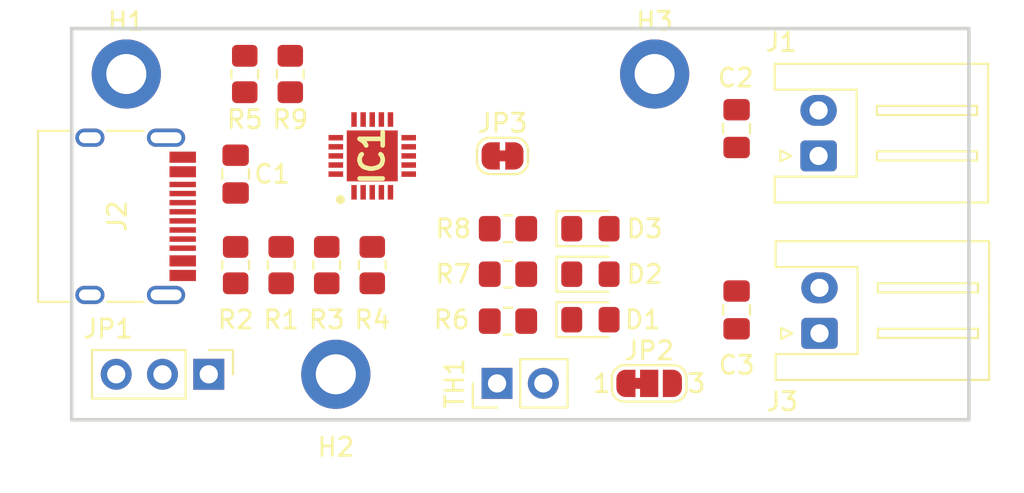
<source format=kicad_pcb>
(kicad_pcb (version 20241229) (generator "pcbnew") (generator_version "9.0")
  (layers (0 "F.Cu" signal) (2 "B.Cu" signal) (13 "F.Paste" user) (15 "B.Paste" user) (5 "F.SilkS" user "F.Silkscreen") (7 "B.SilkS" user "B.Silkscreen") (1 "F.Mask" user) (3 "B.Mask" user) (25 "Edge.Cuts" user))
  (net 0 "")
  (net 1 "GND")
  (net 2 "/Vin")
  (net 3 "/Load")
  (net 4 "/Vbat")
  (net 5 "Net-(D1-K)")
  (net 6 "Net-(D2-K)")
  (net 7 "Net-(D3-K)")
  (net 8 "/TE")
  (net 9 "/VPCC")
  (net 10 "/SEL")
  (net 11 "Net-(IC1-STAT2)")
  (net 12 "Net-(IC1-THERM)")
  (net 13 "/PROG2")
  (net 14 "/PROG1")
  (net 15 "Net-(IC1-STAT1{slash}~{LBO})")
  (net 16 "Net-(IC1-~{PG})")
  (net 17 "/PROG3")
  (net 23 "Net-(J2-CC1)")
  (net 25 "Net-(J2-CC2)")
  (footprint "Resistor_SMD:R_0805_2012Metric_Pad1.20x1.40mm_HandSolder" (layer "F.Cu") (at 33 103.5 -90)
    (property "Reference" "R2" (at 3 0 180) (layer "F.SilkS"))
    (property "Value" "5.1k")
    (fp_line (start -0.227064 0.735) (end 0.227064 0.735) (stroke (width 0.12)) (layer "F.SilkS"))
    (fp_line (start -0.227064 -0.735) (end 0.227064 -0.735) (stroke (width 0.12)) (layer "F.SilkS"))
    (pad "1" smd roundrect (at -1 0 270) (size 1.2 1.4) (layers "F.Cu" "F.Mask" "F.Paste") (roundrect_rratio 0.208333) (net 25 "Net-(J2-CC2)"))
    (pad "2" smd roundrect (at 1 0 270) (size 1.2 1.4) (layers "F.Cu" "F.Mask" "F.Paste") (roundrect_rratio 0.208333) (net 1 "GND"))
  )
  (footprint "Capacitor_SMD:C_0805_2012Metric_Pad1.18x1.45mm_HandSolder" (layer "F.Cu") (at 60.5 105.9625 90)
    (property "Reference" "C3" (at -3.0375 0 180) (layer "F.SilkS"))
    (property "Value" "4.7uF")
    (fp_line (start -0.261252 -0.735) (end 0.261252 -0.735) (stroke (width 0.12)) (layer "F.SilkS"))
    (fp_line (start -0.261252 0.735) (end 0.261252 0.735) (stroke (width 0.12)) (layer "F.SilkS"))
    (pad "1" smd roundrect (at -1.0375 0 90) (size 1.175 1.45) (layers "F.Cu" "F.Mask" "F.Paste") (roundrect_rratio 0.212766) (net 4 "/Vbat"))
    (pad "2" smd roundrect (at 1.0375 0 90) (size 1.175 1.45) (layers "F.Cu" "F.Mask" "F.Paste") (roundrect_rratio 0.212766) (net 1 "GND"))
  )
  (footprint "Capacitor_SMD:C_0805_2012Metric_Pad1.18x1.45mm_HandSolder" (layer "F.Cu") (at 60.5 96 90)
    (property "Reference" "C2" (at 2.7875 -0.05 180) (layer "F.SilkS"))
    (property "Value" "4.7uF")
    (fp_line (start -0.261252 -0.735) (end 0.261252 -0.735) (stroke (width 0.12)) (layer "F.SilkS"))
    (fp_line (start -0.261252 0.735) (end 0.261252 0.735) (stroke (width 0.12)) (layer "F.SilkS"))
    (pad "1" smd roundrect (at -1.0375 0 90) (size 1.175 1.45) (layers "F.Cu" "F.Mask" "F.Paste") (roundrect_rratio 0.212766) (net 3 "/Load"))
    (pad "2" smd roundrect (at 1.0375 0 90) (size 1.175 1.45) (layers "F.Cu" "F.Mask" "F.Paste") (roundrect_rratio 0.212766) (net 1 "GND"))
  )
  (footprint "Resistor_SMD:R_0805_2012Metric_Pad1.20x1.40mm_HandSolder" (layer "F.Cu") (at 36 93 90)
    (property "Reference" "R9" (at -2.5 0 180) (layer "F.SilkS"))
    (property "Value" "25k")
    (fp_line (start -0.227064 -0.735) (end 0.227064 -0.735) (stroke (width 0.12)) (layer "F.SilkS"))
    (fp_line (start -0.227064 0.735) (end 0.227064 0.735) (stroke (width 0.12)) (layer "F.SilkS"))
    (pad "1" smd roundrect (at -1 0 90) (size 1.2 1.4) (layers "F.Cu" "F.Mask" "F.Paste") (roundrect_rratio 0.208333) (net 17 "/PROG3"))
    (pad "2" smd roundrect (at 1 0 90) (size 1.2 1.4) (layers "F.Cu" "F.Mask" "F.Paste") (roundrect_rratio 0.208333) (net 1 "GND"))
  )
  (footprint "Jumper:SolderJumper-3_P1.3mm_Bridged12_RoundedPad1.0x1.5mm_NumberLabels" (layer "F.Cu") (at 55.7 110)
    (property "Reference" "JP2" (at 0 -1.8 0) (layer "F.SilkS"))
    (property "Value" "USB-Port Current")
    (fp_poly (pts (xy -0.9 -0.3) (xy -0.4 -0.3) (xy -0.4 0.3) (xy -0.9 0.3)) (fill yes) (layer "F.Cu"))
    (fp_line (start -2.05 0.3) (end -2.05 -0.3) (stroke (width 0.12)) (layer "F.SilkS"))
    (fp_line (start -1.4 -1) (end 1.4 -1) (stroke (width 0.12)) (layer "F.SilkS"))
    (fp_line (start 1.4 1) (end -1.4 1) (stroke (width 0.12)) (layer "F.SilkS"))
    (fp_line (start 2.05 -0.3) (end 2.05 0.3) (stroke (width 0.12)) (layer "F.SilkS"))
    (fp_arc (start -2.05 -0.3) (mid -1.844975 -0.794975) (end -1.35 -1) (stroke (width 0.12)) (layer "F.SilkS"))
    (fp_arc (start -1.35 1) (mid -1.844975 0.794975) (end -2.05 0.3) (stroke (width 0.12)) (layer "F.SilkS"))
    (fp_arc (start 1.35 -1) (mid 1.844975 -0.794975) (end 2.05 -0.3) (stroke (width 0.12)) (layer "F.SilkS"))
    (fp_arc (start 2.05 0.3) (mid 1.844975 0.794975) (end 1.35 1) (stroke (width 0.12)) (layer "F.SilkS"))
    (fp_text user "1" (at -2.6 0 0) (layer "F.SilkS"))
    (fp_text user "3" (at 2.6 0 0) (layer "F.SilkS"))
    (pad "1" smd custom (at -1.3 0) (size 1 0.5) (layers "F.Cu" "F.Mask") (net 2 "/Vin") (options (clearance outline) (anchor rect)) (primitives (gr_poly (pts (xy 0.55 0.75) (xy 0 0.75) (xy 0 -0.75) (xy 0.55 -0.75)) (width 0) (fill yes)) (gr_circle (center 0 0.25) (end 0.5 0.25) (width 0) (fill yes)) (gr_circle (center 0 -0.25) (end 0.5 -0.25) (width 0) (fill yes))))
    (pad "2" smd rect (at 0 0) (size 1 1.5) (layers "F.Cu" "F.Mask") (net 13 "/PROG2"))
    (pad "3" smd custom (at 1.3 0) (size 1 0.5) (layers "F.Cu" "F.Mask") (net 1 "GND") (options (clearance outline) (anchor rect)) (primitives (gr_circle (center 0 0.25) (end 0.5 0.25) (width 0) (fill yes)) (gr_circle (center 0 -0.25) (end 0.5 -0.25) (width 0) (fill yes)) (gr_poly (pts (xy 0 0.75) (xy -0.55 0.75) (xy -0.55 -0.75) (xy 0 -0.75)) (width 0) (fill yes))))
  )
  (footprint "Connector_PinHeader_2.54mm:PinHeader_1x03_P2.54mm_Vertical" (layer "F.Cu") (at 31.525 109.5 -90)
    (property "Reference" "JP1" (at -2.5 5.525 0) (layer "F.SilkS"))
    (property "Value" "USB/AC-DC")
    (fp_line (start -1.33 6.41) (end 1.33 6.41) (stroke (width 0.12)) (layer "F.SilkS"))
    (fp_line (start -1.33 1.27) (end -1.33 6.41) (stroke (width 0.12)) (layer "F.SilkS"))
    (fp_line (start -1.33 1.27) (end 1.33 1.27) (stroke (width 0.12)) (layer "F.SilkS"))
    (fp_line (start 1.33 1.27) (end 1.33 6.41) (stroke (width 0.12)) (layer "F.SilkS"))
    (fp_line (start -1.33 0) (end -1.33 -1.33) (stroke (width 0.12)) (layer "F.SilkS"))
    (fp_line (start -1.33 -1.33) (end 0 -1.33) (stroke (width 0.12)) (layer "F.SilkS"))
    (pad "1" thru_hole rect (at 0 0 270) (size 1.7 1.7) (drill 1) (layers "*.Cu" "*.Mask" "In1.Cu" "In2.Cu" "In3.Cu" "In4.Cu" "In5.Cu" "In6.Cu" "In7.Cu" "In8.Cu" "In9.Cu" "In10.Cu" "In11.Cu" "In12.Cu" "In13.Cu" "In14.Cu" "In15.Cu" "In16.Cu" "In17.Cu" "In18.Cu" "In19.Cu" "In20.Cu" "In21.Cu" "In22.Cu" "In23.Cu" "In24.Cu" "In25.Cu" "In26.Cu" "In27.Cu" "In28.Cu" "In29.Cu" "In30.Cu") (net 1 "GND"))
    (pad "2" thru_hole oval (at 0 2.54 270) (size 1.7 1.7) (drill 1) (layers "*.Cu" "*.Mask" "In1.Cu" "In2.Cu" "In3.Cu" "In4.Cu" "In5.Cu" "In6.Cu" "In7.Cu" "In8.Cu" "In9.Cu" "In10.Cu" "In11.Cu" "In12.Cu" "In13.Cu" "In14.Cu" "In15.Cu" "In16.Cu" "In17.Cu" "In18.Cu" "In19.Cu" "In20.Cu" "In21.Cu" "In22.Cu" "In23.Cu" "In24.Cu" "In25.Cu" "In26.Cu" "In27.Cu" "In28.Cu" "In29.Cu" "In30.Cu") (net 10 "/SEL"))
    (pad "3" thru_hole oval (at 0 5.08 270) (size 1.7 1.7) (drill 1) (layers "*.Cu" "*.Mask" "In1.Cu" "In2.Cu" "In3.Cu" "In4.Cu" "In5.Cu" "In6.Cu" "In7.Cu" "In8.Cu" "In9.Cu" "In10.Cu" "In11.Cu" "In12.Cu" "In13.Cu" "In14.Cu" "In15.Cu" "In16.Cu" "In17.Cu" "In18.Cu" "In19.Cu" "In20.Cu" "In21.Cu" "In22.Cu" "In23.Cu" "In24.Cu" "In25.Cu" "In26.Cu" "In27.Cu" "In28.Cu" "In29.Cu" "In30.Cu") (net 2 "/Vin"))
  )
  (footprint "Resistor_SMD:R_0805_2012Metric_Pad1.20x1.40mm_HandSolder" (layer "F.Cu") (at 47.95 106.58 180)
    (property "Reference" "R6" (at 3.095 0.08 0) (layer "F.SilkS"))
    (property "Value" "470")
    (fp_line (start -0.227064 0.735) (end 0.227064 0.735) (stroke (width 0.12)) (layer "F.SilkS"))
    (fp_line (start -0.227064 -0.735) (end 0.227064 -0.735) (stroke (width 0.12)) (layer "F.SilkS"))
    (pad "1" smd roundrect (at -1 0 180) (size 1.2 1.4) (layers "F.Cu" "F.Mask" "F.Paste") (roundrect_rratio 0.208333) (net 5 "Net-(D1-K)"))
    (pad "2" smd roundrect (at 1 0 180) (size 1.2 1.4) (layers "F.Cu" "F.Mask" "F.Paste") (roundrect_rratio 0.208333) (net 16 "Net-(IC1-~{PG})"))
  )
  (footprint "Connector_PinHeader_2.54mm:PinHeader_1x02_P2.54mm_Vertical" (layer "F.Cu") (at 47.35 110 90)
    (property "Reference" "TH1" (at 0 -2.33 90) (layer "F.SilkS"))
    (property "Value" "NTC B3950 10k")
    (fp_line (start -1.33 -1.33) (end 0 -1.33) (stroke (width 0.12)) (layer "F.SilkS"))
    (fp_line (start -1.33 0) (end -1.33 -1.33) (stroke (width 0.12)) (layer "F.SilkS"))
    (fp_line (start 1.33 1.27) (end 1.33 3.87) (stroke (width 0.12)) (layer "F.SilkS"))
    (fp_line (start -1.33 1.27) (end 1.33 1.27) (stroke (width 0.12)) (layer "F.SilkS"))
    (fp_line (start -1.33 1.27) (end -1.33 3.87) (stroke (width 0.12)) (layer "F.SilkS"))
    (fp_line (start -1.33 3.87) (end 1.33 3.87) (stroke (width 0.12)) (layer "F.SilkS"))
    (pad "1" thru_hole rect (at 0 0 90) (size 1.7 1.7) (drill 1) (layers "*.Cu" "*.Mask" "In1.Cu" "In2.Cu" "In3.Cu" "In4.Cu" "In5.Cu" "In6.Cu" "In7.Cu" "In8.Cu" "In9.Cu" "In10.Cu" "In11.Cu" "In12.Cu" "In13.Cu" "In14.Cu" "In15.Cu" "In16.Cu" "In17.Cu" "In18.Cu" "In19.Cu" "In20.Cu" "In21.Cu" "In22.Cu" "In23.Cu" "In24.Cu" "In25.Cu" "In26.Cu" "In27.Cu" "In28.Cu" "In29.Cu" "In30.Cu") (net 12 "Net-(IC1-THERM)"))
    (pad "2" thru_hole oval (at 0 2.54 90) (size 1.7 1.7) (drill 1) (layers "*.Cu" "*.Mask" "In1.Cu" "In2.Cu" "In3.Cu" "In4.Cu" "In5.Cu" "In6.Cu" "In7.Cu" "In8.Cu" "In9.Cu" "In10.Cu" "In11.Cu" "In12.Cu" "In13.Cu" "In14.Cu" "In15.Cu" "In16.Cu" "In17.Cu" "In18.Cu" "In19.Cu" "In20.Cu" "In21.Cu" "In22.Cu" "In23.Cu" "In24.Cu" "In25.Cu" "In26.Cu" "In27.Cu" "In28.Cu" "In29.Cu" "In30.Cu") (net 1 "GND"))
  )
  (footprint "Connector_USB:USB_C_Receptacle_HRO_TYPE-C-31-M-12" (layer "F.Cu") (at 26.05 100.82 -90)
    (property "Reference" "J2" (at 0 -0.45 90) (layer "F.SilkS"))
    (property "Value" "USB_C_Receptacle_USB2.0_16P")
    (fp_line (start -4.7 3.9) (end 4.7 3.9) (stroke (width 0.12)) (layer "F.SilkS"))
    (fp_line (start -4.7 2) (end -4.7 3.9) (stroke (width 0.12)) (layer "F.SilkS"))
    (fp_line (start 4.7 2) (end 4.7 3.9) (stroke (width 0.12)) (layer "F.SilkS"))
    (fp_line (start -4.7 -1.9) (end -4.7 0.1) (stroke (width 0.12)) (layer "F.SilkS"))
    (fp_line (start 4.7 -1.9) (end 4.7 0.1) (stroke (width 0.12)) (layer "F.SilkS"))
    (pad "" np_thru_hole circle (at -2.89 -2.6 270) (size 0.65 0.65) (drill 0.65) (layers "*.Cu" "*.Mask" "In1.Cu" "In2.Cu" "In3.Cu" "In4.Cu" "In5.Cu" "In6.Cu" "In7.Cu" "In8.Cu" "In9.Cu" "In10.Cu" "In11.Cu" "In12.Cu" "In13.Cu" "In14.Cu" "In15.Cu" "In16.Cu" "In17.Cu" "In18.Cu" "In19.Cu" "In20.Cu" "In21.Cu" "In22.Cu" "In23.Cu" "In24.Cu" "In25.Cu" "In26.Cu" "In27.Cu" "In28.Cu" "In29.Cu" "In30.Cu"))
    (pad "" np_thru_hole circle (at 2.89 -2.6 270) (size 0.65 0.65) (drill 0.65) (layers "*.Cu" "*.Mask" "In1.Cu" "In2.Cu" "In3.Cu" "In4.Cu" "In5.Cu" "In6.Cu" "In7.Cu" "In8.Cu" "In9.Cu" "In10.Cu" "In11.Cu" "In12.Cu" "In13.Cu" "In14.Cu" "In15.Cu" "In16.Cu" "In17.Cu" "In18.Cu" "In19.Cu" "In20.Cu" "In21.Cu" "In22.Cu" "In23.Cu" "In24.Cu" "In25.Cu" "In26.Cu" "In27.Cu" "In28.Cu" "In29.Cu" "In30.Cu"))
    (pad "A1" smd rect (at -3.25 -4.045 270) (size 0.6 1.45) (layers "F.Cu" "F.Mask" "F.Paste") (net 1 "GND"))
    (pad "A4" smd rect (at -2.45 -4.045 270) (size 0.6 1.45) (layers "F.Cu" "F.Mask" "F.Paste") (net 2 "/Vin"))
    (pad "A5" smd rect (at -1.25 -4.045 270) (size 0.3 1.45) (layers "F.Cu" "F.Mask" "F.Paste") (net 23 "Net-(J2-CC1)"))
    (pad "A6" smd rect (at -0.25 -4.045 270) (size 0.3 1.45) (layers "F.Cu" "F.Mask" "F.Paste"))
    (pad "A7" smd rect (at 0.25 -4.045 270) (size 0.3 1.45) (layers "F.Cu" "F.Mask" "F.Paste"))
    (pad "A8" smd rect (at 1.25 -4.045 270) (size 0.3 1.45) (layers "F.Cu" "F.Mask" "F.Paste"))
    (pad "A9" smd rect (at 2.45 -4.045 270) (size 0.6 1.45) (layers "F.Cu" "F.Mask" "F.Paste") (net 2 "/Vin"))
    (pad "A12" smd rect (at 3.25 -4.045 270) (size 0.6 1.45) (layers "F.Cu" "F.Mask" "F.Paste") (net 1 "GND"))
    (pad "B1" smd rect (at 3.25 -4.045 270) (size 0.6 1.45) (layers "F.Cu" "F.Mask" "F.Paste") (net 1 "GND"))
    (pad "B4" smd rect (at 2.45 -4.045 270) (size 0.6 1.45) (layers "F.Cu" "F.Mask" "F.Paste") (net 2 "/Vin"))
    (pad "B5" smd rect (at 1.75 -4.045 270) (size 0.3 1.45) (layers "F.Cu" "F.Mask" "F.Paste") (net 25 "Net-(J2-CC2)"))
    (pad "B6" smd rect (at 0.75 -4.045 270) (size 0.3 1.45) (layers "F.Cu" "F.Mask" "F.Paste"))
    (pad "B7" smd rect (at -0.75 -4.045 270) (size 0.3 1.45) (layers "F.Cu" "F.Mask" "F.Paste"))
    (pad "B8" smd rect (at -1.75 -4.045 270) (size 0.3 1.45) (layers "F.Cu" "F.Mask" "F.Paste"))
    (pad "B9" smd rect (at -2.45 -4.045 270) (size 0.6 1.45) (layers "F.Cu" "F.Mask" "F.Paste") (net 2 "/Vin"))
    (pad "B12" smd rect (at -3.25 -4.045 270) (size 0.6 1.45) (layers "F.Cu" "F.Mask" "F.Paste") (net 1 "GND"))
    (pad "S1" thru_hole oval (at -4.32 -3.13 270) (size 1 2.1) (drill oval 0.6 1.7) (property pad_prop_heatsink) (layers "*.Cu" "*.Mask" "In1.Cu" "In2.Cu" "In3.Cu" "In4.Cu" "In5.Cu" "In6.Cu" "In7.Cu" "In8.Cu" "In9.Cu" "In10.Cu" "In11.Cu" "In12.Cu" "In13.Cu" "In14.Cu" "In15.Cu" "In16.Cu" "In17.Cu" "In18.Cu" "In19.Cu" "In20.Cu" "In21.Cu" "In22.Cu" "In23.Cu" "In24.Cu" "In25.Cu" "In26.Cu" "In27.Cu" "In28.Cu" "In29.Cu" "In30.Cu") (net 1 "GND"))
    (pad "S1" thru_hole oval (at -4.32 1.05 270) (size 1 1.6) (drill oval 0.6 1.2) (property pad_prop_heatsink) (layers "*.Cu" "*.Mask" "In1.Cu" "In2.Cu" "In3.Cu" "In4.Cu" "In5.Cu" "In6.Cu" "In7.Cu" "In8.Cu" "In9.Cu" "In10.Cu" "In11.Cu" "In12.Cu" "In13.Cu" "In14.Cu" "In15.Cu" "In16.Cu" "In17.Cu" "In18.Cu" "In19.Cu" "In20.Cu" "In21.Cu" "In22.Cu" "In23.Cu" "In24.Cu" "In25.Cu" "In26.Cu" "In27.Cu" "In28.Cu" "In29.Cu" "In30.Cu") (net 1 "GND"))
    (pad "S1" thru_hole oval (at 4.32 -3.13 270) (size 1 2.1) (drill oval 0.6 1.7) (property pad_prop_heatsink) (layers "*.Cu" "*.Mask" "In1.Cu" "In2.Cu" "In3.Cu" "In4.Cu" "In5.Cu" "In6.Cu" "In7.Cu" "In8.Cu" "In9.Cu" "In10.Cu" "In11.Cu" "In12.Cu" "In13.Cu" "In14.Cu" "In15.Cu" "In16.Cu" "In17.Cu" "In18.Cu" "In19.Cu" "In20.Cu" "In21.Cu" "In22.Cu" "In23.Cu" "In24.Cu" "In25.Cu" "In26.Cu" "In27.Cu" "In28.Cu" "In29.Cu" "In30.Cu") (net 1 "GND"))
    (pad "S1" thru_hole oval (at 4.32 1.05 270) (size 1 1.6) (drill oval 0.6 1.2) (property pad_prop_heatsink) (layers "*.Cu" "*.Mask" "In1.Cu" "In2.Cu" "In3.Cu" "In4.Cu" "In5.Cu" "In6.Cu" "In7.Cu" "In8.Cu" "In9.Cu" "In10.Cu" "In11.Cu" "In12.Cu" "In13.Cu" "In14.Cu" "In15.Cu" "In16.Cu" "In17.Cu" "In18.Cu" "In19.Cu" "In20.Cu" "In21.Cu" "In22.Cu" "In23.Cu" "In24.Cu" "In25.Cu" "In26.Cu" "In27.Cu" "In28.Cu" "In29.Cu" "In30.Cu") (net 1 "GND"))
  )
  (footprint "Resistor_SMD:R_0805_2012Metric_Pad1.20x1.40mm_HandSolder" (layer "F.Cu") (at 38 103.5 -90)
    (property "Reference" "R3" (at 3 0 180) (layer "F.SilkS"))
    (property "Value" "330k")
    (fp_line (start -0.227064 0.735) (end 0.227064 0.735) (stroke (width 0.12)) (layer "F.SilkS"))
    (fp_line (start -0.227064 -0.735) (end 0.227064 -0.735) (stroke (width 0.12)) (layer "F.SilkS"))
    (pad "1" smd roundrect (at -1 0 270) (size 1.2 1.4) (layers "F.Cu" "F.Mask" "F.Paste") (roundrect_rratio 0.208333) (net 2 "/Vin"))
    (pad "2" smd roundrect (at 1 0 270) (size 1.2 1.4) (layers "F.Cu" "F.Mask" "F.Paste") (roundrect_rratio 0.208333) (net 9 "/VPCC"))
  )
  (footprint "Jumper:SolderJumper-2_P1.3mm_Bridged_RoundedPad1.0x1.5mm" (layer "F.Cu") (at 47.65 97.5)
    (property "Reference" "JP3" (at 0 -1.8 0) (layer "F.SilkS"))
    (property "Value" "Timer Jumper")
    (fp_poly (pts (xy 0.25 -0.3) (xy -0.25 -0.3) (xy -0.25 0.3) (xy 0.25 0.3)) (fill yes) (layer "F.Cu"))
    (fp_line (start -1.4 0.3) (end -1.4 -0.3) (stroke (width 0.12)) (layer "F.SilkS"))
    (fp_line (start -0.7 -1) (end 0.7 -1) (stroke (width 0.12)) (layer "F.SilkS"))
    (fp_line (start 0.7 1) (end -0.7 1) (stroke (width 0.12)) (layer "F.SilkS"))
    (fp_line (start 1.4 -0.3) (end 1.4 0.3) (stroke (width 0.12)) (layer "F.SilkS"))
    (fp_arc (start -1.4 -0.3) (mid -1.194975 -0.794975) (end -0.7 -1) (stroke (width 0.12)) (layer "F.SilkS"))
    (fp_arc (start -0.7 1) (mid -1.194975 0.794975) (end -1.4 0.3) (stroke (width 0.12)) (layer "F.SilkS"))
    (fp_arc (start 0.7 -1) (mid 1.194975 -0.794975) (end 1.4 -0.3) (stroke (width 0.12)) (layer "F.SilkS"))
    (fp_arc (start 1.4 0.3) (mid 1.194975 0.794975) (end 0.7 1) (stroke (width 0.12)) (layer "F.SilkS"))
    (pad "1" smd custom (at -0.65 0) (size 1 0.5) (layers "F.Cu" "F.Mask") (net 8 "/TE") (options (clearance outline) (anchor rect)) (primitives (gr_circle (center 0 0.25) (end 0.5 0.25) (width 0) (fill yes)) (gr_circle (center 0 -0.25) (end 0.5 -0.25) (width 0) (fill yes)) (gr_poly (pts (xy 0.5 0.75) (xy 0 0.75) (xy 0 -0.75) (xy 0.5 -0.75)) (width 0) (fill yes))))
    (pad "2" smd custom (at 0.65 0) (size 1 0.5) (layers "F.Cu" "F.Mask") (net 1 "GND") (options (clearance outline) (anchor rect)) (primitives (gr_circle (center 0 0.25) (end 0.5 0.25) (width 0) (fill yes)) (gr_circle (center 0 -0.25) (end 0.5 -0.25) (width 0) (fill yes)) (gr_poly (pts (xy 0 0.75) (xy -0.5 0.75) (xy -0.5 -0.75) (xy 0 -0.75)) (width 0) (fill yes))))
  )
  (footprint "Capacitor_SMD:C_0805_2012Metric_Pad1.18x1.45mm_HandSolder" (layer "F.Cu") (at 33 98.5 90)
    (property "Reference" "C1" (at 0 2 180) (layer "F.SilkS"))
    (property "Value" "10uF")
    (fp_line (start -0.261252 -0.735) (end 0.261252 -0.735) (stroke (width 0.12)) (layer "F.SilkS"))
    (fp_line (start -0.261252 0.735) (end 0.261252 0.735) (stroke (width 0.12)) (layer "F.SilkS"))
    (pad "1" smd roundrect (at -1.0375 0 90) (size 1.175 1.45) (layers "F.Cu" "F.Mask" "F.Paste") (roundrect_rratio 0.212766) (net 2 "/Vin"))
    (pad "2" smd roundrect (at 1.0375 0 90) (size 1.175 1.45) (layers "F.Cu" "F.Mask" "F.Paste") (roundrect_rratio 0.212766) (net 1 "GND"))
  )
  (footprint "Resistor_SMD:R_0805_2012Metric_Pad1.20x1.40mm_HandSolder" (layer "F.Cu") (at 47.95 104 180)
    (property "Reference" "R7" (at 3 0 0) (layer "F.SilkS"))
    (property "Value" "470")
    (fp_line (start -0.227064 0.735) (end 0.227064 0.735) (stroke (width 0.12)) (layer "F.SilkS"))
    (fp_line (start -0.227064 -0.735) (end 0.227064 -0.735) (stroke (width 0.12)) (layer "F.SilkS"))
    (pad "1" smd roundrect (at -1 0 180) (size 1.2 1.4) (layers "F.Cu" "F.Mask" "F.Paste") (roundrect_rratio 0.208333) (net 6 "Net-(D2-K)"))
    (pad "2" smd roundrect (at 1 0 180) (size 1.2 1.4) (layers "F.Cu" "F.Mask" "F.Paste") (roundrect_rratio 0.208333) (net 11 "Net-(IC1-STAT2)"))
  )
  (footprint "Connector_JST:JST_XH_S2B-XH-A_1x02_P2.50mm_Horizontal" (layer "F.Cu") (at 65.05 107.25 90)
    (property "Reference" "J3" (at -3.75 -2.05 180) (layer "F.SilkS"))
    (property "Value" "BAT")
    (fp_line (start 5.06 -2.41) (end 3.64 -2.41) (stroke (width 0.12)) (layer "F.SilkS"))
    (fp_line (start 3.64 -2.41) (end 3.64 2.09) (stroke (width 0.12)) (layer "F.SilkS"))
    (fp_line (start -1.14 -2.41) (end -1.14 2.09) (stroke (width 0.12)) (layer "F.SilkS"))
    (fp_line (start -2.56 -2.41) (end -1.14 -2.41) (stroke (width 0.12)) (layer "F.SilkS"))
    (fp_line (start 0.3 -2.1) (end 0 -1.5) (stroke (width 0.12)) (layer "F.SilkS"))
    (fp_line (start -0.3 -2.1) (end 0.3 -2.1) (stroke (width 0.12)) (layer "F.SilkS"))
    (fp_line (start 0 -1.5) (end -0.3 -2.1) (stroke (width 0.12)) (layer "F.SilkS"))
    (fp_line (start 3.64 2.09) (end 1.25 2.09) (stroke (width 0.12)) (layer "F.SilkS"))
    (fp_line (start -1.14 2.09) (end 1.25 2.09) (stroke (width 0.12)) (layer "F.SilkS"))
    (fp_line (start 2.75 3.2) (end 2.25 3.2) (stroke (width 0.12)) (layer "F.SilkS"))
    (fp_line (start 2.25 3.2) (end 2.25 8.7) (stroke (width 0.12)) (layer "F.SilkS"))
    (fp_line (start 0.25 3.2) (end -0.25 3.2) (stroke (width 0.12)) (layer "F.SilkS"))
    (fp_line (start -0.25 3.2) (end -0.25 8.7) (stroke (width 0.12)) (layer "F.SilkS"))
    (fp_line (start 2.75 8.7) (end 2.75 3.2) (stroke (width 0.12)) (layer "F.SilkS"))
    (fp_line (start 2.25 8.7) (end 2.75 8.7) (stroke (width 0.12)) (layer "F.SilkS"))
    (fp_line (start 0.25 8.7) (end 0.25 3.2) (stroke (width 0.12)) (layer "F.SilkS"))
    (fp_line (start -0.25 8.7) (end 0.25 8.7) (stroke (width 0.12)) (layer "F.SilkS"))
    (fp_line (start 5.06 9.31) (end 5.06 -2.41) (stroke (width 0.12)) (layer "F.SilkS"))
    (fp_line (start 1.25 9.31) (end 5.06 9.31) (stroke (width 0.12)) (layer "F.SilkS"))
    (fp_line (start 1.25 9.31) (end -2.56 9.31) (stroke (width 0.12)) (layer "F.SilkS"))
    (fp_line (start -2.56 9.31) (end -2.56 -2.41) (stroke (width 0.12)) (layer "F.SilkS"))
    (pad "1" thru_hole roundrect (at 0 0 90) (size 1.7 2) (drill 1) (layers "*.Cu" "*.Mask" "In1.Cu" "In2.Cu" "In3.Cu" "In4.Cu" "In5.Cu" "In6.Cu" "In7.Cu" "In8.Cu" "In9.Cu" "In10.Cu" "In11.Cu" "In12.Cu" "In13.Cu" "In14.Cu" "In15.Cu" "In16.Cu" "In17.Cu" "In18.Cu" "In19.Cu" "In20.Cu" "In21.Cu" "In22.Cu" "In23.Cu" "In24.Cu" "In25.Cu" "In26.Cu" "In27.Cu" "In28.Cu" "In29.Cu" "In30.Cu") (roundrect_rratio 0.147059) (net 4 "/Vbat"))
    (pad "2" thru_hole oval (at 2.5 0 90) (size 1.7 2) (drill 1) (layers "*.Cu" "*.Mask" "In1.Cu" "In2.Cu" "In3.Cu" "In4.Cu" "In5.Cu" "In6.Cu" "In7.Cu" "In8.Cu" "In9.Cu" "In10.Cu" "In11.Cu" "In12.Cu" "In13.Cu" "In14.Cu" "In15.Cu" "In16.Cu" "In17.Cu" "In18.Cu" "In19.Cu" "In20.Cu" "In21.Cu" "In22.Cu" "In23.Cu" "In24.Cu" "In25.Cu" "In26.Cu" "In27.Cu" "In28.Cu" "In29.Cu" "In30.Cu") (net 1 "GND"))
  )
  (footprint "MountingHole:MountingHole_2.2mm_M2_DIN965_Pad" (layer "F.Cu") (at 38.5 109.5)
    (property "Reference" "H2" (at 0 4 0) (layer "F.SilkS"))
    (property "Value" "MountingHole_Pad")
    (pad "1" thru_hole circle (at 0 0) (size 3.8 3.8) (drill 2.2) (layers "*.Cu" "*.Mask" "In1.Cu" "In2.Cu" "In3.Cu" "In4.Cu" "In5.Cu" "In6.Cu" "In7.Cu" "In8.Cu" "In9.Cu" "In10.Cu" "In11.Cu" "In12.Cu" "In13.Cu" "In14.Cu" "In15.Cu" "In16.Cu" "In17.Cu" "In18.Cu" "In19.Cu" "In20.Cu" "In21.Cu" "In22.Cu" "In23.Cu" "In24.Cu" "In25.Cu" "In26.Cu" "In27.Cu" "In28.Cu" "In29.Cu" "In30.Cu") (net 1 "GND"))
  )
  (footprint "Connector_JST:JST_XH_S2B-XH-A_1x02_P2.50mm_Horizontal" (layer "F.Cu") (at 65 97.5 90)
    (property "Reference" "J1" (at 6.25 -2.05 180) (layer "F.SilkS"))
    (property "Value" "OUT")
    (fp_line (start 5.06 -2.41) (end 3.64 -2.41) (stroke (width 0.12)) (layer "F.SilkS"))
    (fp_line (start 3.64 -2.41) (end 3.64 2.09) (stroke (width 0.12)) (layer "F.SilkS"))
    (fp_line (start -1.14 -2.41) (end -1.14 2.09) (stroke (width 0.12)) (layer "F.SilkS"))
    (fp_line (start -2.56 -2.41) (end -1.14 -2.41) (stroke (width 0.12)) (layer "F.SilkS"))
    (fp_line (start 0.3 -2.1) (end 0 -1.5) (stroke (width 0.12)) (layer "F.SilkS"))
    (fp_line (start -0.3 -2.1) (end 0.3 -2.1) (stroke (width 0.12)) (layer "F.SilkS"))
    (fp_line (start 0 -1.5) (end -0.3 -2.1) (stroke (width 0.12)) (layer "F.SilkS"))
    (fp_line (start 3.64 2.09) (end 1.25 2.09) (stroke (width 0.12)) (layer "F.SilkS"))
    (fp_line (start -1.14 2.09) (end 1.25 2.09) (stroke (width 0.12)) (layer "F.SilkS"))
    (fp_line (start 2.75 3.2) (end 2.25 3.2) (stroke (width 0.12)) (layer "F.SilkS"))
    (fp_line (start 2.25 3.2) (end 2.25 8.7) (stroke (width 0.12)) (layer "F.SilkS"))
    (fp_line (start 0.25 3.2) (end -0.25 3.2) (stroke (width 0.12)) (layer "F.SilkS"))
    (fp_line (start -0.25 3.2) (end -0.25 8.7) (stroke (width 0.12)) (layer "F.SilkS"))
    (fp_line (start 2.75 8.7) (end 2.75 3.2) (stroke (width 0.12)) (layer "F.SilkS"))
    (fp_line (start 2.25 8.7) (end 2.75 8.7) (stroke (width 0.12)) (layer "F.SilkS"))
    (fp_line (start 0.25 8.7) (end 0.25 3.2) (stroke (width 0.12)) (layer "F.SilkS"))
    (fp_line (start -0.25 8.7) (end 0.25 8.7) (stroke (width 0.12)) (layer "F.SilkS"))
    (fp_line (start 5.06 9.31) (end 5.06 -2.41) (stroke (width 0.12)) (layer "F.SilkS"))
    (fp_line (start 1.25 9.31) (end 5.06 9.31) (stroke (width 0.12)) (layer "F.SilkS"))
    (fp_line (start 1.25 9.31) (end -2.56 9.31) (stroke (width 0.12)) (layer "F.SilkS"))
    (fp_line (start -2.56 9.31) (end -2.56 -2.41) (stroke (width 0.12)) (layer "F.SilkS"))
    (pad "1" thru_hole roundrect (at 0 0 90) (size 1.7 2) (drill 1) (layers "*.Cu" "*.Mask" "In1.Cu" "In2.Cu" "In3.Cu" "In4.Cu" "In5.Cu" "In6.Cu" "In7.Cu" "In8.Cu" "In9.Cu" "In10.Cu" "In11.Cu" "In12.Cu" "In13.Cu" "In14.Cu" "In15.Cu" "In16.Cu" "In17.Cu" "In18.Cu" "In19.Cu" "In20.Cu" "In21.Cu" "In22.Cu" "In23.Cu" "In24.Cu" "In25.Cu" "In26.Cu" "In27.Cu" "In28.Cu" "In29.Cu" "In30.Cu") (roundrect_rratio 0.147059) (net 3 "/Load"))
    (pad "2" thru_hole oval (at 2.5 0 90) (size 1.7 2) (drill 1) (layers "*.Cu" "*.Mask" "In1.Cu" "In2.Cu" "In3.Cu" "In4.Cu" "In5.Cu" "In6.Cu" "In7.Cu" "In8.Cu" "In9.Cu" "In10.Cu" "In11.Cu" "In12.Cu" "In13.Cu" "In14.Cu" "In15.Cu" "In16.Cu" "In17.Cu" "In18.Cu" "In19.Cu" "In20.Cu" "In21.Cu" "In22.Cu" "In23.Cu" "In24.Cu" "In25.Cu" "In26.Cu" "In27.Cu" "In28.Cu" "In29.Cu" "In30.Cu") (net 1 "GND"))
  )
  (footprint "Resistor_SMD:R_0805_2012Metric_Pad1.20x1.40mm_HandSolder" (layer "F.Cu") (at 40.5 103.5 -90)
    (property "Reference" "R4" (at 3 0 0) (layer "F.SilkS"))
    (property "Value" "110k")
    (fp_line (start -0.227064 0.735) (end 0.227064 0.735) (stroke (width 0.12)) (layer "F.SilkS"))
    (fp_line (start -0.227064 -0.735) (end 0.227064 -0.735) (stroke (width 0.12)) (layer "F.SilkS"))
    (pad "1" smd roundrect (at -1 0 270) (size 1.2 1.4) (layers "F.Cu" "F.Mask" "F.Paste") (roundrect_rratio 0.208333) (net 9 "/VPCC"))
    (pad "2" smd roundrect (at 1 0 270) (size 1.2 1.4) (layers "F.Cu" "F.Mask" "F.Paste") (roundrect_rratio 0.208333) (net 1 "GND"))
  )
  (footprint "MCP73871-2CCI_ML:QFN50P400X400X100-21N-D" (layer "F.Cu") (at 40.5 97.5 90)
    (property "Reference" "IC1" (at 0 0 90) (layer "F.SilkS") (effects (font (size 1.27 1.27) (thickness 0.254))))
    (property "Value" "MCP73871-2CCI_ML" (hide yes))
    (fp_circle (center -2.4 -1.75) (end -2.4 -1.625) (stroke (width 0.25)) (fill no) (layer "F.SilkS"))
    (pad "1" smd rect (at -2 -1 180) (size 0.3 0.8) (layers "F.Cu" "F.Mask" "F.Paste") (net 3 "/Load"))
    (pad "2" smd rect (at -2 -0.5 180) (size 0.3 0.8) (layers "F.Cu" "F.Mask" "F.Paste") (net 9 "/VPCC"))
    (pad "3" smd rect (at -2 0 180) (size 0.3 0.8) (layers "F.Cu" "F.Mask" "F.Paste") (net 10 "/SEL"))
    (pad "4" smd rect (at -2 0.5 180) (size 0.3 0.8) (layers "F.Cu" "F.Mask" "F.Paste") (net 13 "/PROG2"))
    (pad "5" smd rect (at -2 1 180) (size 0.3 0.8) (layers "F.Cu" "F.Mask" "F.Paste") (net 12 "Net-(IC1-THERM)"))
    (pad "6" smd rect (at -1 2 90) (size 0.3 0.8) (layers "F.Cu" "F.Mask" "F.Paste") (net 16 "Net-(IC1-~{PG})"))
    (pad "7" smd rect (at -0.5 2 90) (size 0.3 0.8) (layers "F.Cu" "F.Mask" "F.Paste") (net 11 "Net-(IC1-STAT2)"))
    (pad "8" smd rect (at 0 2 90) (size 0.3 0.8) (layers "F.Cu" "F.Mask" "F.Paste") (net 15 "Net-(IC1-STAT1{slash}~{LBO})"))
    (pad "9" smd rect (at 0.5 2 90) (size 0.3 0.8) (layers "F.Cu" "F.Mask" "F.Paste") (net 8 "/TE"))
    (pad "10" smd rect (at 1 2 90) (size 0.3 0.8) (layers "F.Cu" "F.Mask" "F.Paste") (net 1 "GND"))
    (pad "11" smd rect (at 2 1 180) (size 0.3 0.8) (layers "F.Cu" "F.Mask" "F.Paste") (net 1 "GND"))
    (pad "12" smd rect (at 2 0.5 180) (size 0.3 0.8) (layers "F.Cu" "F.Mask" "F.Paste") (net 17 "/PROG3"))
    (pad "13" smd rect (at 2 0 180) (size 0.3 0.8) (layers "F.Cu" "F.Mask" "F.Paste") (net 14 "/PROG1"))
    (pad "14" smd rect (at 2 -0.5 180) (size 0.3 0.8) (layers "F.Cu" "F.Mask" "F.Paste") (net 4 "/Vbat"))
    (pad "15" smd rect (at 2 -1 180) (size 0.3 0.8) (layers "F.Cu" "F.Mask" "F.Paste") (net 4 "/Vbat"))
    (pad "16" smd rect (at 1 -2 90) (size 0.3 0.8) (layers "F.Cu" "F.Mask" "F.Paste") (net 4 "/Vbat"))
    (pad "17" smd rect (at 0.5 -2 90) (size 0.3 0.8) (layers "F.Cu" "F.Mask" "F.Paste") (net 2 "/Vin"))
    (pad "18" smd rect (at 0 -2 90) (size 0.3 0.8) (layers "F.Cu" "F.Mask" "F.Paste") (net 2 "/Vin"))
    (pad "19" smd rect (at -0.5 -2 90) (size 0.3 0.8) (layers "F.Cu" "F.Mask" "F.Paste") (net 2 "/Vin"))
    (pad "20" smd rect (at -1 -2 90) (size 0.3 0.8) (layers "F.Cu" "F.Mask" "F.Paste") (net 3 "/Load"))
    (pad "21" smd rect (at 0 0 90) (size 2.8 2.8) (layers "F.Cu" "F.Mask" "F.Paste") (net 1 "GND"))
  )
  (footprint "Resistor_SMD:R_0805_2012Metric_Pad1.20x1.40mm_HandSolder" (layer "F.Cu") (at 35.5 103.5 -90)
    (property "Reference" "R1" (at 3 0 180) (layer "F.SilkS"))
    (property "Value" "5.1k")
    (fp_line (start -0.227064 0.735) (end 0.227064 0.735) (stroke (width 0.12)) (layer "F.SilkS"))
    (fp_line (start -0.227064 -0.735) (end 0.227064 -0.735) (stroke (width 0.12)) (layer "F.SilkS"))
    (pad "1" smd roundrect (at -1 0 270) (size 1.2 1.4) (layers "F.Cu" "F.Mask" "F.Paste") (roundrect_rratio 0.208333) (net 23 "Net-(J2-CC1)"))
    (pad "2" smd roundrect (at 1 0 270) (size 1.2 1.4) (layers "F.Cu" "F.Mask" "F.Paste") (roundrect_rratio 0.208333) (net 1 "GND"))
  )
  (footprint "Resistor_SMD:R_0805_2012Metric_Pad1.20x1.40mm_HandSolder" (layer "F.Cu") (at 33.5 93 90)
    (property "Reference" "R5" (at -2.5 0 180) (layer "F.SilkS"))
    (property "Value" "1k")
    (fp_line (start -0.227064 -0.735) (end 0.227064 -0.735) (stroke (width 0.12)) (layer "F.SilkS"))
    (fp_line (start -0.227064 0.735) (end 0.227064 0.735) (stroke (width 0.12)) (layer "F.SilkS"))
    (pad "1" smd roundrect (at -1 0 90) (size 1.2 1.4) (layers "F.Cu" "F.Mask" "F.Paste") (roundrect_rratio 0.208333) (net 14 "/PROG1"))
    (pad "2" smd roundrect (at 1 0 90) (size 1.2 1.4) (layers "F.Cu" "F.Mask" "F.Paste") (roundrect_rratio 0.208333) (net 1 "GND"))
  )
  (footprint "MountingHole:MountingHole_2.2mm_M2_DIN965_Pad" (layer "F.Cu") (at 27 93)
    (property "Reference" "H1" (at 0 -2.9 0) (layer "F.SilkS"))
    (property "Value" "MountingHole_Pad")
    (pad "1" thru_hole circle (at 0 0) (size 3.8 3.8) (drill 2.2) (layers "*.Cu" "*.Mask" "In1.Cu" "In2.Cu" "In3.Cu" "In4.Cu" "In5.Cu" "In6.Cu" "In7.Cu" "In8.Cu" "In9.Cu" "In10.Cu" "In11.Cu" "In12.Cu" "In13.Cu" "In14.Cu" "In15.Cu" "In16.Cu" "In17.Cu" "In18.Cu" "In19.Cu" "In20.Cu" "In21.Cu" "In22.Cu" "In23.Cu" "In24.Cu" "In25.Cu" "In26.Cu" "In27.Cu" "In28.Cu" "In29.Cu" "In30.Cu") (net 1 "GND"))
  )
  (footprint "LED_SMD:LED_0805_2012Metric_Pad1.15x1.40mm_HandSolder" (layer "F.Cu") (at 52.475 104)
    (property "Reference" "D2" (at 2.975 0 0) (layer "F.SilkS"))
    (property "Value" "Green")
    (fp_line (start -1.86 -0.96) (end -1.86 0.96) (stroke (width 0.12)) (layer "F.SilkS"))
    (fp_line (start -1.86 0.96) (end 1 0.96) (stroke (width 0.12)) (layer "F.SilkS"))
    (fp_line (start 1 -0.96) (end -1.86 -0.96) (stroke (width 0.12)) (layer "F.SilkS"))
    (pad "1" smd roundrect (at -1.025 0) (size 1.15 1.4) (layers "F.Cu" "F.Mask" "F.Paste") (roundrect_rratio 0.217391) (net 6 "Net-(D2-K)"))
    (pad "2" smd roundrect (at 1.025 0) (size 1.15 1.4) (layers "F.Cu" "F.Mask" "F.Paste") (roundrect_rratio 0.217391) (net 2 "/Vin"))
  )
  (footprint "LED_SMD:LED_0805_2012Metric_Pad1.15x1.40mm_HandSolder" (layer "F.Cu") (at 52.475 101.5)
    (property "Reference" "D3" (at 2.975 0 0) (layer "F.SilkS"))
    (property "Value" "Red")
    (fp_line (start -1.86 -0.96) (end -1.86 0.96) (stroke (width 0.12)) (layer "F.SilkS"))
    (fp_line (start -1.86 0.96) (end 1 0.96) (stroke (width 0.12)) (layer "F.SilkS"))
    (fp_line (start 1 -0.96) (end -1.86 -0.96) (stroke (width 0.12)) (layer "F.SilkS"))
    (pad "1" smd roundrect (at -1.025 0) (size 1.15 1.4) (layers "F.Cu" "F.Mask" "F.Paste") (roundrect_rratio 0.217391) (net 7 "Net-(D3-K)"))
    (pad "2" smd roundrect (at 1.025 0) (size 1.15 1.4) (layers "F.Cu" "F.Mask" "F.Paste") (roundrect_rratio 0.217391) (net 2 "/Vin"))
  )
  (footprint "MountingHole:MountingHole_2.2mm_M2_DIN965_Pad" (layer "F.Cu") (at 56 93)
    (property "Reference" "H3" (at 0 -2.9 0) (layer "F.SilkS"))
    (property "Value" "MountingHole_Pad")
    (pad "1" thru_hole circle (at 0 0) (size 3.8 3.8) (drill 2.2) (layers "*.Cu" "*.Mask" "In1.Cu" "In2.Cu" "In3.Cu" "In4.Cu" "In5.Cu" "In6.Cu" "In7.Cu" "In8.Cu" "In9.Cu" "In10.Cu" "In11.Cu" "In12.Cu" "In13.Cu" "In14.Cu" "In15.Cu" "In16.Cu" "In17.Cu" "In18.Cu" "In19.Cu" "In20.Cu" "In21.Cu" "In22.Cu" "In23.Cu" "In24.Cu" "In25.Cu" "In26.Cu" "In27.Cu" "In28.Cu" "In29.Cu" "In30.Cu") (net 1 "GND"))
  )
  (footprint "LED_SMD:LED_0805_2012Metric_Pad1.15x1.40mm_HandSolder" (layer "F.Cu") (at 52.475 106.5)
    (property "Reference" "D1" (at 2.88 0 0) (layer "F.SilkS"))
    (property "Value" "Blue")
    (fp_line (start -1.86 -0.96) (end -1.86 0.96) (stroke (width 0.12)) (layer "F.SilkS"))
    (fp_line (start -1.86 0.96) (end 1 0.96) (stroke (width 0.12)) (layer "F.SilkS"))
    (fp_line (start 1 -0.96) (end -1.86 -0.96) (stroke (width 0.12)) (layer "F.SilkS"))
    (pad "1" smd roundrect (at -1.025 0) (size 1.15 1.4) (layers "F.Cu" "F.Mask" "F.Paste") (roundrect_rratio 0.217391) (net 5 "Net-(D1-K)"))
    (pad "2" smd roundrect (at 1.025 0) (size 1.15 1.4) (layers "F.Cu" "F.Mask" "F.Paste") (roundrect_rratio 0.217391) (net 2 "/Vin"))
  )
  (footprint "Resistor_SMD:R_0805_2012Metric_Pad1.20x1.40mm_HandSolder" (layer "F.Cu") (at 47.95 101.5 180)
    (property "Reference" "R8" (at 3 0 0) (layer "F.SilkS"))
    (property "Value" "470")
    (fp_line (start -0.227064 0.735) (end 0.227064 0.735) (stroke (width 0.12)) (layer "F.SilkS"))
    (fp_line (start -0.227064 -0.735) (end 0.227064 -0.735) (stroke (width 0.12)) (layer "F.SilkS"))
    (pad "1" smd roundrect (at -1 0 180) (size 1.2 1.4) (layers "F.Cu" "F.Mask" "F.Paste") (roundrect_rratio 0.208333) (net 7 "Net-(D3-K)"))
    (pad "2" smd roundrect (at 1 0 180) (size 1.2 1.4) (layers "F.Cu" "F.Mask" "F.Paste") (roundrect_rratio 0.208333) (net 15 "Net-(IC1-STAT1{slash}~{LBO})"))
  )
  (gr_rect (start 24 90.5) (end 73.25 112) (stroke (width 0.2)) (fill no) (layer "Edge.Cuts"))
)
</source>
